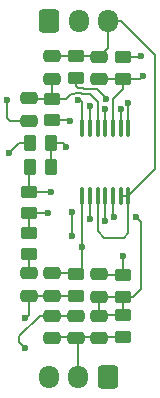
<source format=gbr>
%TF.GenerationSoftware,KiCad,Pcbnew,9.0.4*%
%TF.CreationDate,2025-09-26T15:47:01+05:30*%
%TF.ProjectId,EMG,454d472e-6b69-4636-9164-5f7063625858,rev?*%
%TF.SameCoordinates,Original*%
%TF.FileFunction,Copper,L1,Top*%
%TF.FilePolarity,Positive*%
%FSLAX46Y46*%
G04 Gerber Fmt 4.6, Leading zero omitted, Abs format (unit mm)*
G04 Created by KiCad (PCBNEW 9.0.4) date 2025-09-26 15:47:01*
%MOMM*%
%LPD*%
G01*
G04 APERTURE LIST*
G04 Aperture macros list*
%AMRoundRect*
0 Rectangle with rounded corners*
0 $1 Rounding radius*
0 $2 $3 $4 $5 $6 $7 $8 $9 X,Y pos of 4 corners*
0 Add a 4 corners polygon primitive as box body*
4,1,4,$2,$3,$4,$5,$6,$7,$8,$9,$2,$3,0*
0 Add four circle primitives for the rounded corners*
1,1,$1+$1,$2,$3*
1,1,$1+$1,$4,$5*
1,1,$1+$1,$6,$7*
1,1,$1+$1,$8,$9*
0 Add four rect primitives between the rounded corners*
20,1,$1+$1,$2,$3,$4,$5,0*
20,1,$1+$1,$4,$5,$6,$7,0*
20,1,$1+$1,$6,$7,$8,$9,0*
20,1,$1+$1,$8,$9,$2,$3,0*%
G04 Aperture macros list end*
%TA.AperFunction,SMDPad,CuDef*%
%ADD10RoundRect,0.250000X-0.475000X0.250000X-0.475000X-0.250000X0.475000X-0.250000X0.475000X0.250000X0*%
%TD*%
%TA.AperFunction,SMDPad,CuDef*%
%ADD11RoundRect,0.250000X-0.450000X0.262500X-0.450000X-0.262500X0.450000X-0.262500X0.450000X0.262500X0*%
%TD*%
%TA.AperFunction,SMDPad,CuDef*%
%ADD12RoundRect,0.250000X0.475000X-0.250000X0.475000X0.250000X-0.475000X0.250000X-0.475000X-0.250000X0*%
%TD*%
%TA.AperFunction,SMDPad,CuDef*%
%ADD13RoundRect,0.100000X-0.100000X0.637500X-0.100000X-0.637500X0.100000X-0.637500X0.100000X0.637500X0*%
%TD*%
%TA.AperFunction,ComponentPad*%
%ADD14RoundRect,0.250000X0.600000X0.725000X-0.600000X0.725000X-0.600000X-0.725000X0.600000X-0.725000X0*%
%TD*%
%TA.AperFunction,ComponentPad*%
%ADD15O,1.700000X1.950000*%
%TD*%
%TA.AperFunction,ComponentPad*%
%ADD16RoundRect,0.250000X-0.600000X-0.725000X0.600000X-0.725000X0.600000X0.725000X-0.600000X0.725000X0*%
%TD*%
%TA.AperFunction,SMDPad,CuDef*%
%ADD17RoundRect,0.250000X0.262500X0.450000X-0.262500X0.450000X-0.262500X-0.450000X0.262500X-0.450000X0*%
%TD*%
%TA.AperFunction,SMDPad,CuDef*%
%ADD18RoundRect,0.250000X0.450000X-0.262500X0.450000X0.262500X-0.450000X0.262500X-0.450000X-0.262500X0*%
%TD*%
%TA.AperFunction,SMDPad,CuDef*%
%ADD19RoundRect,0.250000X-0.262500X-0.450000X0.262500X-0.450000X0.262500X0.450000X-0.262500X0.450000X0*%
%TD*%
%TA.AperFunction,ViaPad*%
%ADD20C,0.600000*%
%TD*%
%TA.AperFunction,Conductor*%
%ADD21C,0.200000*%
%TD*%
G04 APERTURE END LIST*
D10*
%TO.P,C8,1*%
%TO.N,+5V*%
X129310000Y-66767500D03*
%TO.P,C8,2*%
%TO.N,GND*%
X129310000Y-68667500D03*
%TD*%
%TO.P,C7,1*%
%TO.N,Net-(U1D-+)*%
X131300000Y-66767500D03*
%TO.P,C7,2*%
%TO.N,GND*%
X131300000Y-68667500D03*
%TD*%
D11*
%TO.P,R3,1*%
%TO.N,ampRef*%
X129300000Y-44817500D03*
%TO.P,R3,2*%
%TO.N,Net-(U1A--)*%
X129300000Y-46642500D03*
%TD*%
D12*
%TO.P,C5,1*%
%TO.N,Net-(U1C--)*%
X127300000Y-65080000D03*
%TO.P,C5,2*%
%TO.N,bpfOUT*%
X127300000Y-63180000D03*
%TD*%
D11*
%TO.P,R2,1*%
%TO.N,bioIN-*%
X133300000Y-44905000D03*
%TO.P,R2,2*%
%TO.N,inaIN-*%
X133300000Y-46730000D03*
%TD*%
D12*
%TO.P,C1,1*%
%TO.N,inaIN+*%
X127300000Y-46717500D03*
%TO.P,C1,2*%
%TO.N,ampRef*%
X127300000Y-44817500D03*
%TD*%
%TO.P,C2,1*%
%TO.N,inaIN-*%
X125300000Y-50267500D03*
%TO.P,C2,2*%
%TO.N,inaIN+*%
X125300000Y-48367500D03*
%TD*%
D13*
%TO.P,U1,1*%
%TO.N,Net-(R4-Pad2)*%
X133750000Y-50905000D03*
%TO.P,U1,2,-*%
%TO.N,Net-(U1A--)*%
X133100000Y-50905000D03*
%TO.P,U1,3,+*%
%TO.N,inaIN-*%
X132450000Y-50905000D03*
%TO.P,U1,4,V+*%
%TO.N,+5V*%
X131800000Y-50905000D03*
%TO.P,U1,5,+*%
%TO.N,inaIN+*%
X131150000Y-50905000D03*
%TO.P,U1,6,-*%
%TO.N,Net-(U1B--)*%
X130500000Y-50905000D03*
%TO.P,U1,7*%
%TO.N,inaOUT*%
X129850000Y-50905000D03*
%TO.P,U1,8*%
%TO.N,bpfOUT*%
X129850000Y-56630000D03*
%TO.P,U1,9,-*%
%TO.N,Net-(U1C--)*%
X130500000Y-56630000D03*
%TO.P,U1,10,+*%
%TO.N,ampRef*%
X131150000Y-56630000D03*
%TO.P,U1,11,V-*%
%TO.N,GND*%
X131800000Y-56630000D03*
%TO.P,U1,12,+*%
%TO.N,Net-(U1D-+)*%
X132450000Y-56630000D03*
%TO.P,U1,13,-*%
%TO.N,ampRef*%
X133100000Y-56630000D03*
%TO.P,U1,14*%
X133750000Y-56630000D03*
%TD*%
D11*
%TO.P,R6,1*%
%TO.N,Net-(U1B--)*%
X125300000Y-56267500D03*
%TO.P,R6,2*%
%TO.N,inaOUT*%
X125300000Y-58092500D03*
%TD*%
%TO.P,R10,1*%
%TO.N,Net-(U1D-+)*%
X133300000Y-66755000D03*
%TO.P,R10,2*%
%TO.N,GND*%
X133300000Y-68580000D03*
%TD*%
D14*
%TO.P,J1,1,Pin_1*%
%TO.N,+5V*%
X132000000Y-71967500D03*
D15*
%TO.P,J1,2,Pin_2*%
%TO.N,GND*%
X129500000Y-71967500D03*
%TO.P,J1,3,Pin_3*%
%TO.N,bpfOUT*%
X127000000Y-71967500D03*
%TD*%
D10*
%TO.P,C3,1*%
%TO.N,ampRef*%
X131300000Y-44867500D03*
%TO.P,C3,2*%
%TO.N,inaIN-*%
X131300000Y-46767500D03*
%TD*%
D16*
%TO.P,J2,1,Pin_1*%
%TO.N,bioIN-*%
X127050000Y-41800000D03*
D15*
%TO.P,J2,2,Pin_2*%
%TO.N,bioIN+*%
X129550000Y-41800000D03*
%TO.P,J2,3,Pin_3*%
%TO.N,ampRef*%
X132050000Y-41800000D03*
%TD*%
D17*
%TO.P,R5,1*%
%TO.N,Net-(R4-Pad2)*%
X127222500Y-54180000D03*
%TO.P,R5,2*%
%TO.N,Net-(U1B--)*%
X125397500Y-54180000D03*
%TD*%
D18*
%TO.P,R1,1*%
%TO.N,bioIN+*%
X127300000Y-50230000D03*
%TO.P,R1,2*%
%TO.N,inaIN+*%
X127300000Y-48405000D03*
%TD*%
%TO.P,R8,1*%
%TO.N,Net-(U1C--)*%
X129300000Y-65092500D03*
%TO.P,R8,2*%
%TO.N,bpfOUT*%
X129300000Y-63267500D03*
%TD*%
D10*
%TO.P,C9,1*%
%TO.N,+5V*%
X127300000Y-66767500D03*
%TO.P,C9,2*%
%TO.N,GND*%
X127300000Y-68667500D03*
%TD*%
D11*
%TO.P,R9,1*%
%TO.N,+5V*%
X133300000Y-63342500D03*
%TO.P,R9,2*%
%TO.N,Net-(U1D-+)*%
X133300000Y-65167500D03*
%TD*%
D10*
%TO.P,C4,1*%
%TO.N,Net-(C4-Pad1)*%
X125310000Y-63180000D03*
%TO.P,C4,2*%
%TO.N,Net-(U1C--)*%
X125310000Y-65080000D03*
%TD*%
%TO.P,C6,1*%
%TO.N,+5V*%
X131300000Y-63267500D03*
%TO.P,C6,2*%
%TO.N,Net-(U1D-+)*%
X131300000Y-65167500D03*
%TD*%
D19*
%TO.P,R4,1*%
%TO.N,Net-(U1A--)*%
X125397500Y-52180000D03*
%TO.P,R4,2*%
%TO.N,Net-(R4-Pad2)*%
X127222500Y-52180000D03*
%TD*%
D11*
%TO.P,R7,1*%
%TO.N,inaOUT*%
X125300000Y-59767500D03*
%TO.P,R7,2*%
%TO.N,Net-(C4-Pad1)*%
X125300000Y-61592500D03*
%TD*%
D20*
%TO.N,inaIN-*%
X135000000Y-46500000D03*
X123500000Y-48500000D03*
%TO.N,Net-(U1C--)*%
X125000000Y-67000000D03*
X130500000Y-58567500D03*
%TO.N,bpfOUT*%
X129850000Y-61000000D03*
%TO.N,Net-(U1D-+)*%
X134388219Y-58388219D03*
X132504379Y-58388219D03*
%TO.N,+5V*%
X125000000Y-69500000D03*
X133300000Y-61700000D03*
X131800000Y-49267500D03*
%TO.N,GND*%
X131800000Y-58767500D03*
%TO.N,bioIN-*%
X134800000Y-44767500D03*
%TO.N,bioIN+*%
X128800000Y-50267500D03*
%TO.N,Net-(U1A--)*%
X131850000Y-48468972D03*
X133100000Y-49267500D03*
X129000000Y-58000000D03*
X123680000Y-53000000D03*
X129000000Y-60000000D03*
%TO.N,Net-(R4-Pad2)*%
X128500000Y-52500000D03*
X133750000Y-48750000D03*
%TO.N,Net-(U1B--)*%
X130500000Y-49000000D03*
X127232500Y-56267500D03*
%TO.N,inaOUT*%
X129500000Y-48500000D03*
X126907500Y-58092500D03*
%TD*%
D21*
%TO.N,ampRef*%
X136000000Y-54380000D02*
X136000000Y-44700000D01*
X131150000Y-59617500D02*
X131699000Y-60166500D01*
X133100000Y-41800000D02*
X132050000Y-41800000D01*
X131699000Y-60166500D02*
X132500000Y-60166500D01*
X133333500Y-60166500D02*
X133750000Y-59750000D01*
X133750000Y-56630000D02*
X133100000Y-56630000D01*
X131250000Y-44817500D02*
X131300000Y-44867500D01*
X132050000Y-41800000D02*
X132050000Y-44117500D01*
X133750000Y-56630000D02*
X136000000Y-54380000D01*
X127300000Y-44817500D02*
X131250000Y-44817500D01*
X131150000Y-56630000D02*
X131150000Y-59617500D01*
X136000000Y-44700000D02*
X133100000Y-41800000D01*
X132050000Y-44117500D02*
X131300000Y-44867500D01*
X132500000Y-60166500D02*
X133333500Y-60166500D01*
X133750000Y-59750000D02*
X133750000Y-56630000D01*
%TO.N,inaIN+*%
X129849943Y-48000000D02*
X129748943Y-47899000D01*
X129150057Y-48000000D02*
X128899000Y-48000000D01*
X125337500Y-48405000D02*
X125300000Y-48367500D01*
X130500000Y-48000000D02*
X129849943Y-48000000D01*
X127300000Y-46717500D02*
X127300000Y-48405000D01*
X131150000Y-50905000D02*
X131150000Y-48650000D01*
X128899000Y-48000000D02*
X128494000Y-48405000D01*
X131150000Y-48650000D02*
X130500000Y-48000000D01*
X127300000Y-48405000D02*
X125337500Y-48405000D01*
X129748943Y-47899000D02*
X129251057Y-47899000D01*
X128494000Y-48405000D02*
X127300000Y-48405000D01*
X129251057Y-47899000D02*
X129150057Y-48000000D01*
%TO.N,inaIN-*%
X133300000Y-46730000D02*
X131337500Y-46730000D01*
X123500000Y-48500000D02*
X123500000Y-50035000D01*
X134770000Y-46730000D02*
X135000000Y-46500000D01*
X123732500Y-50267500D02*
X125300000Y-50267500D01*
X133300000Y-46730000D02*
X134770000Y-46730000D01*
X133300000Y-47567500D02*
X133300000Y-46730000D01*
X132450000Y-48417500D02*
X133300000Y-47567500D01*
X132450000Y-50905000D02*
X132450000Y-48417500D01*
X131337500Y-46730000D02*
X131300000Y-46767500D01*
X123500000Y-50035000D02*
X123732500Y-50267500D01*
%TO.N,Net-(U1C--)*%
X129287500Y-65080000D02*
X129300000Y-65092500D01*
X130500000Y-56630000D02*
X130500000Y-58567500D01*
X127300000Y-65080000D02*
X129287500Y-65080000D01*
X125310000Y-65080000D02*
X125310000Y-66690000D01*
X125310000Y-66690000D02*
X125000000Y-67000000D01*
X125310000Y-65080000D02*
X127300000Y-65080000D01*
%TO.N,Net-(C4-Pad1)*%
X125310000Y-61602500D02*
X125300000Y-61592500D01*
X125310000Y-63180000D02*
X125310000Y-61602500D01*
%TO.N,bpfOUT*%
X129850000Y-61000000D02*
X129850000Y-62717500D01*
X127300000Y-63180000D02*
X129212500Y-63180000D01*
X129850000Y-56630000D02*
X129850000Y-61000000D01*
X129212500Y-63180000D02*
X129300000Y-63267500D01*
X129850000Y-62717500D02*
X129300000Y-63267500D01*
%TO.N,Net-(U1D-+)*%
X133300000Y-66755000D02*
X133300000Y-65167500D01*
X134832500Y-64500000D02*
X134832500Y-58832500D01*
X131300000Y-65167500D02*
X133300000Y-65167500D01*
X131300000Y-65167500D02*
X131300000Y-66767500D01*
X132450000Y-56630000D02*
X132450000Y-58417500D01*
X133300000Y-66755000D02*
X131312500Y-66755000D01*
X131312500Y-66755000D02*
X131300000Y-66767500D01*
X134832500Y-58832500D02*
X134388219Y-58388219D01*
X134165000Y-65167500D02*
X134832500Y-64500000D01*
X133300000Y-65167500D02*
X134165000Y-65167500D01*
%TO.N,+5V*%
X131800000Y-50905000D02*
X131800000Y-49267500D01*
X124500000Y-68500000D02*
X124500000Y-69000000D01*
X127300000Y-66767500D02*
X126232500Y-66767500D01*
X131375000Y-63342500D02*
X131300000Y-63267500D01*
X124500000Y-69000000D02*
X125000000Y-69500000D01*
X126232500Y-66767500D02*
X124500000Y-68500000D01*
X133300000Y-63342500D02*
X133300000Y-61700000D01*
X133300000Y-63342500D02*
X131375000Y-63342500D01*
X129310000Y-66767500D02*
X127300000Y-66767500D01*
%TO.N,GND*%
X133300000Y-68580000D02*
X127387500Y-68580000D01*
X129500000Y-68857500D02*
X129310000Y-68667500D01*
X129500000Y-71967500D02*
X129500000Y-68857500D01*
X131800000Y-56630000D02*
X131800000Y-58767500D01*
X127387500Y-68580000D02*
X127300000Y-68667500D01*
%TO.N,bioIN-*%
X133300000Y-44905000D02*
X134662500Y-44905000D01*
X134662500Y-44905000D02*
X134800000Y-44767500D01*
%TO.N,bioIN+*%
X128800000Y-50267500D02*
X128762500Y-50230000D01*
X127300000Y-50230000D02*
X128762500Y-50230000D01*
%TO.N,Net-(U1A--)*%
X129498000Y-47498000D02*
X129300000Y-47300000D01*
X129300000Y-47300000D02*
X129300000Y-46642500D01*
X129915043Y-47498000D02*
X129498000Y-47498000D01*
X130016043Y-47599000D02*
X129915043Y-47498000D01*
X125397500Y-52180000D02*
X124500000Y-52180000D01*
X124500000Y-52180000D02*
X123680000Y-53000000D01*
X129000000Y-58000000D02*
X129000000Y-59500000D01*
X131850000Y-48468972D02*
X131850000Y-48350000D01*
X131850000Y-48350000D02*
X131099000Y-47599000D01*
X131099000Y-47599000D02*
X130016043Y-47599000D01*
X129000000Y-59500000D02*
X129000000Y-60000000D01*
X133100000Y-50905000D02*
X133100000Y-49267500D01*
%TO.N,Net-(R4-Pad2)*%
X127222500Y-52180000D02*
X128180000Y-52180000D01*
X127222500Y-52180000D02*
X127222500Y-54180000D01*
X133750000Y-50905000D02*
X133750000Y-48750000D01*
X128180000Y-52180000D02*
X128500000Y-52500000D01*
%TO.N,Net-(U1B--)*%
X125800000Y-54582500D02*
X125397500Y-54180000D01*
X125300000Y-56267500D02*
X127232500Y-56267500D01*
X130500000Y-49000000D02*
X130500000Y-48967500D01*
X125300000Y-54277500D02*
X125397500Y-54180000D01*
X130500000Y-50905000D02*
X130500000Y-49000000D01*
X125300000Y-56267500D02*
X125300000Y-54277500D01*
%TO.N,inaOUT*%
X129850000Y-50905000D02*
X129850000Y-48650000D01*
X129850000Y-48650000D02*
X129700000Y-48500000D01*
X125300000Y-59767500D02*
X125300000Y-58092500D01*
X125300000Y-58092500D02*
X126907500Y-58092500D01*
X129700000Y-48500000D02*
X129500000Y-48500000D01*
%TD*%
M02*

</source>
